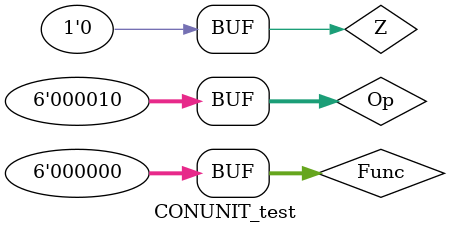
<source format=v>
`timescale 1ns / 1ps

//module CONUNIT(Op,Func,Z,Regrt,Se,Wreg,Aluqa,Aluqb,Aluc,Wmem,Pcsrc,Reg2reg,JrAJal);
module CONUNIT_test;
reg [5:0]Op,Func;
reg Z;
wire Regrt,Se,Wreg,Aluqa,Aluqb,Wmem,Reg2reg,JrAJal;
wire [1:0]Pcsrc;
wire [3:0]Aluc;
CONUNIT uut(.Op(Op),.Func(Func),.Z(Z),.Regrt(Regrt),.Se(Se),.Wreg(Wreg),.Aluqa(Aluqa),.Aluqb(Aluqb),.Aluc(Aluc),.Wmem(Wmem),.Pcsrc(Pcsrc),.Reg2reg(Reg2reg),.JrAJal(JrAJal));
initial begin
Op=6'b000000;Func=6'b100000;Z=0;
#20
Op=6'b000000;Func=6'b100010;Z=1;
#20
Op=6'b000000;Func=6'b100100;Z=0;
#20
Op=6'b000000;Func=6'b100101;Z=0;
#20
Op=6'b000000;Func=6'b100110;Z=0;
#20
Op=6'b000000;Func=6'b000000;Z=0;
#20
Op=6'b000000;Func=6'b000010;Z=0;
#20
Op=6'b000000;Func=6'b000011;Z=0;
#20
Op=6'b001000;Func=6'b000000;Z=0;
#20
Op=6'b001100;Func=6'b000000;Z=0;
#20
Op=6'b001101;Func=6'b000000;Z=0;
#20
Op=6'b001110;Func=6'b000000;Z=0;
#20
Op=6'b100011;Func=6'b000000;Z=0;
#20
Op=6'b101011;Func=6'b000000;Z=0;
#20
Op=6'b000100;Func=6'b000000;Z=1;
#20
Op=6'b000101;Func=6'b000000;Z=0;
#20
Op=6'b001111;Func=6'b000000;Z=0;
#20
Op=6'b000010;Func=6'b000000;Z=0;
end
endmodule

</source>
